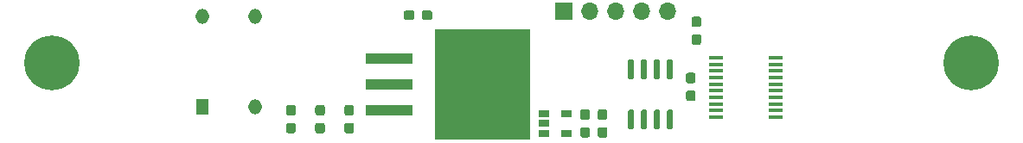
<source format=gbr>
%TF.GenerationSoftware,KiCad,Pcbnew,(5.1.6)-1*%
%TF.CreationDate,2020-11-09T21:23:30-05:00*%
%TF.ProjectId,CellLight,43656c6c-4c69-4676-9874-2e6b69636164,rev?*%
%TF.SameCoordinates,Original*%
%TF.FileFunction,Soldermask,Top*%
%TF.FilePolarity,Negative*%
%FSLAX46Y46*%
G04 Gerber Fmt 4.6, Leading zero omitted, Abs format (unit mm)*
G04 Created by KiCad (PCBNEW (5.1.6)-1) date 2020-11-09 21:23:30*
%MOMM*%
%LPD*%
G01*
G04 APERTURE LIST*
%ADD10R,9.400000X10.800000*%
%ADD11R,4.600000X1.100000*%
%ADD12O,1.295400X1.498600*%
%ADD13R,1.295400X1.498600*%
%ADD14C,5.400000*%
%ADD15O,1.700000X1.700000*%
%ADD16R,1.700000X1.700000*%
%ADD17R,1.060000X0.650000*%
%ADD18R,1.473200X0.355600*%
G04 APERTURE END LIST*
D10*
%TO.C,U10*%
X154875000Y-135800000D03*
D11*
X145725000Y-138340000D03*
X145725000Y-135800000D03*
X145725000Y-133260000D03*
%TD*%
D12*
%TO.C,CR1*%
X127450000Y-129099999D03*
X132550000Y-129099999D03*
X132550000Y-138000001D03*
D13*
X127450000Y-138000001D03*
%TD*%
D14*
%TO.C,H2*%
X202700000Y-133700000D03*
%TD*%
%TO.C,H1*%
X112700000Y-133700000D03*
%TD*%
D15*
%TO.C,J1*%
X173010000Y-128650000D03*
X170470000Y-128650000D03*
X167930000Y-128650000D03*
X165390000Y-128650000D03*
D16*
X162850000Y-128650000D03*
%TD*%
D17*
%TO.C,U11*%
X163100000Y-138700000D03*
X163100000Y-140600000D03*
X160900000Y-140600000D03*
X160900000Y-139650000D03*
X160900000Y-138700000D03*
%TD*%
%TO.C,U9*%
G36*
G01*
X169545000Y-135300000D02*
X169245000Y-135300000D01*
G75*
G02*
X169095000Y-135150000I0J150000D01*
G01*
X169095000Y-133500000D01*
G75*
G02*
X169245000Y-133350000I150000J0D01*
G01*
X169545000Y-133350000D01*
G75*
G02*
X169695000Y-133500000I0J-150000D01*
G01*
X169695000Y-135150000D01*
G75*
G02*
X169545000Y-135300000I-150000J0D01*
G01*
G37*
G36*
G01*
X170815000Y-135300000D02*
X170515000Y-135300000D01*
G75*
G02*
X170365000Y-135150000I0J150000D01*
G01*
X170365000Y-133500000D01*
G75*
G02*
X170515000Y-133350000I150000J0D01*
G01*
X170815000Y-133350000D01*
G75*
G02*
X170965000Y-133500000I0J-150000D01*
G01*
X170965000Y-135150000D01*
G75*
G02*
X170815000Y-135300000I-150000J0D01*
G01*
G37*
G36*
G01*
X172085000Y-135300000D02*
X171785000Y-135300000D01*
G75*
G02*
X171635000Y-135150000I0J150000D01*
G01*
X171635000Y-133500000D01*
G75*
G02*
X171785000Y-133350000I150000J0D01*
G01*
X172085000Y-133350000D01*
G75*
G02*
X172235000Y-133500000I0J-150000D01*
G01*
X172235000Y-135150000D01*
G75*
G02*
X172085000Y-135300000I-150000J0D01*
G01*
G37*
G36*
G01*
X173355000Y-135300000D02*
X173055000Y-135300000D01*
G75*
G02*
X172905000Y-135150000I0J150000D01*
G01*
X172905000Y-133500000D01*
G75*
G02*
X173055000Y-133350000I150000J0D01*
G01*
X173355000Y-133350000D01*
G75*
G02*
X173505000Y-133500000I0J-150000D01*
G01*
X173505000Y-135150000D01*
G75*
G02*
X173355000Y-135300000I-150000J0D01*
G01*
G37*
G36*
G01*
X173355000Y-140250000D02*
X173055000Y-140250000D01*
G75*
G02*
X172905000Y-140100000I0J150000D01*
G01*
X172905000Y-138450000D01*
G75*
G02*
X173055000Y-138300000I150000J0D01*
G01*
X173355000Y-138300000D01*
G75*
G02*
X173505000Y-138450000I0J-150000D01*
G01*
X173505000Y-140100000D01*
G75*
G02*
X173355000Y-140250000I-150000J0D01*
G01*
G37*
G36*
G01*
X172085000Y-140250000D02*
X171785000Y-140250000D01*
G75*
G02*
X171635000Y-140100000I0J150000D01*
G01*
X171635000Y-138450000D01*
G75*
G02*
X171785000Y-138300000I150000J0D01*
G01*
X172085000Y-138300000D01*
G75*
G02*
X172235000Y-138450000I0J-150000D01*
G01*
X172235000Y-140100000D01*
G75*
G02*
X172085000Y-140250000I-150000J0D01*
G01*
G37*
G36*
G01*
X170815000Y-140250000D02*
X170515000Y-140250000D01*
G75*
G02*
X170365000Y-140100000I0J150000D01*
G01*
X170365000Y-138450000D01*
G75*
G02*
X170515000Y-138300000I150000J0D01*
G01*
X170815000Y-138300000D01*
G75*
G02*
X170965000Y-138450000I0J-150000D01*
G01*
X170965000Y-140100000D01*
G75*
G02*
X170815000Y-140250000I-150000J0D01*
G01*
G37*
G36*
G01*
X169545000Y-140250000D02*
X169245000Y-140250000D01*
G75*
G02*
X169095000Y-140100000I0J150000D01*
G01*
X169095000Y-138450000D01*
G75*
G02*
X169245000Y-138300000I150000J0D01*
G01*
X169545000Y-138300000D01*
G75*
G02*
X169695000Y-138450000I0J-150000D01*
G01*
X169695000Y-140100000D01*
G75*
G02*
X169545000Y-140250000I-150000J0D01*
G01*
G37*
%TD*%
D18*
%TO.C,U2*%
X183521000Y-133175002D03*
X183521000Y-133825001D03*
X183521000Y-134475002D03*
X183521000Y-135125001D03*
X183521000Y-135775002D03*
X183521000Y-136425001D03*
X183521000Y-137075002D03*
X183521000Y-137725001D03*
X183521000Y-138375002D03*
X183521000Y-139025000D03*
X177679000Y-139024998D03*
X177679000Y-138374999D03*
X177679000Y-137724998D03*
X177679000Y-137074999D03*
X177679000Y-136424998D03*
X177679000Y-135774999D03*
X177679000Y-135125001D03*
X177679000Y-134474999D03*
X177679000Y-133825001D03*
X177679000Y-133175000D03*
%TD*%
%TO.C,R2*%
G36*
G01*
X175487500Y-135700000D02*
X175012500Y-135700000D01*
G75*
G02*
X174775000Y-135462500I0J237500D01*
G01*
X174775000Y-134887500D01*
G75*
G02*
X175012500Y-134650000I237500J0D01*
G01*
X175487500Y-134650000D01*
G75*
G02*
X175725000Y-134887500I0J-237500D01*
G01*
X175725000Y-135462500D01*
G75*
G02*
X175487500Y-135700000I-237500J0D01*
G01*
G37*
G36*
G01*
X175487500Y-137450000D02*
X175012500Y-137450000D01*
G75*
G02*
X174775000Y-137212500I0J237500D01*
G01*
X174775000Y-136637500D01*
G75*
G02*
X175012500Y-136400000I237500J0D01*
G01*
X175487500Y-136400000D01*
G75*
G02*
X175725000Y-136637500I0J-237500D01*
G01*
X175725000Y-137212500D01*
G75*
G02*
X175487500Y-137450000I-237500J0D01*
G01*
G37*
%TD*%
%TO.C,R1*%
G36*
G01*
X175562500Y-130875000D02*
X176037500Y-130875000D01*
G75*
G02*
X176275000Y-131112500I0J-237500D01*
G01*
X176275000Y-131687500D01*
G75*
G02*
X176037500Y-131925000I-237500J0D01*
G01*
X175562500Y-131925000D01*
G75*
G02*
X175325000Y-131687500I0J237500D01*
G01*
X175325000Y-131112500D01*
G75*
G02*
X175562500Y-130875000I237500J0D01*
G01*
G37*
G36*
G01*
X175562500Y-129125000D02*
X176037500Y-129125000D01*
G75*
G02*
X176275000Y-129362500I0J-237500D01*
G01*
X176275000Y-129937500D01*
G75*
G02*
X176037500Y-130175000I-237500J0D01*
G01*
X175562500Y-130175000D01*
G75*
G02*
X175325000Y-129937500I0J237500D01*
G01*
X175325000Y-129362500D01*
G75*
G02*
X175562500Y-129125000I237500J0D01*
G01*
G37*
%TD*%
%TO.C,C5*%
G36*
G01*
X164662500Y-140000000D02*
X165137500Y-140000000D01*
G75*
G02*
X165375000Y-140237500I0J-237500D01*
G01*
X165375000Y-140812500D01*
G75*
G02*
X165137500Y-141050000I-237500J0D01*
G01*
X164662500Y-141050000D01*
G75*
G02*
X164425000Y-140812500I0J237500D01*
G01*
X164425000Y-140237500D01*
G75*
G02*
X164662500Y-140000000I237500J0D01*
G01*
G37*
G36*
G01*
X164662500Y-138250000D02*
X165137500Y-138250000D01*
G75*
G02*
X165375000Y-138487500I0J-237500D01*
G01*
X165375000Y-139062500D01*
G75*
G02*
X165137500Y-139300000I-237500J0D01*
G01*
X164662500Y-139300000D01*
G75*
G02*
X164425000Y-139062500I0J237500D01*
G01*
X164425000Y-138487500D01*
G75*
G02*
X164662500Y-138250000I237500J0D01*
G01*
G37*
%TD*%
%TO.C,C4*%
G36*
G01*
X148200000Y-128762500D02*
X148200000Y-129237500D01*
G75*
G02*
X147962500Y-129475000I-237500J0D01*
G01*
X147387500Y-129475000D01*
G75*
G02*
X147150000Y-129237500I0J237500D01*
G01*
X147150000Y-128762500D01*
G75*
G02*
X147387500Y-128525000I237500J0D01*
G01*
X147962500Y-128525000D01*
G75*
G02*
X148200000Y-128762500I0J-237500D01*
G01*
G37*
G36*
G01*
X149950000Y-128762500D02*
X149950000Y-129237500D01*
G75*
G02*
X149712500Y-129475000I-237500J0D01*
G01*
X149137500Y-129475000D01*
G75*
G02*
X148900000Y-129237500I0J237500D01*
G01*
X148900000Y-128762500D01*
G75*
G02*
X149137500Y-128525000I237500J0D01*
G01*
X149712500Y-128525000D01*
G75*
G02*
X149950000Y-128762500I0J-237500D01*
G01*
G37*
%TD*%
%TO.C,C3*%
G36*
G01*
X141562500Y-139575000D02*
X142037500Y-139575000D01*
G75*
G02*
X142275000Y-139812500I0J-237500D01*
G01*
X142275000Y-140387500D01*
G75*
G02*
X142037500Y-140625000I-237500J0D01*
G01*
X141562500Y-140625000D01*
G75*
G02*
X141325000Y-140387500I0J237500D01*
G01*
X141325000Y-139812500D01*
G75*
G02*
X141562500Y-139575000I237500J0D01*
G01*
G37*
G36*
G01*
X141562500Y-137825000D02*
X142037500Y-137825000D01*
G75*
G02*
X142275000Y-138062500I0J-237500D01*
G01*
X142275000Y-138637500D01*
G75*
G02*
X142037500Y-138875000I-237500J0D01*
G01*
X141562500Y-138875000D01*
G75*
G02*
X141325000Y-138637500I0J237500D01*
G01*
X141325000Y-138062500D01*
G75*
G02*
X141562500Y-137825000I237500J0D01*
G01*
G37*
%TD*%
%TO.C,C2*%
G36*
G01*
X135862500Y-139575000D02*
X136337500Y-139575000D01*
G75*
G02*
X136575000Y-139812500I0J-237500D01*
G01*
X136575000Y-140387500D01*
G75*
G02*
X136337500Y-140625000I-237500J0D01*
G01*
X135862500Y-140625000D01*
G75*
G02*
X135625000Y-140387500I0J237500D01*
G01*
X135625000Y-139812500D01*
G75*
G02*
X135862500Y-139575000I237500J0D01*
G01*
G37*
G36*
G01*
X135862500Y-137825000D02*
X136337500Y-137825000D01*
G75*
G02*
X136575000Y-138062500I0J-237500D01*
G01*
X136575000Y-138637500D01*
G75*
G02*
X136337500Y-138875000I-237500J0D01*
G01*
X135862500Y-138875000D01*
G75*
G02*
X135625000Y-138637500I0J237500D01*
G01*
X135625000Y-138062500D01*
G75*
G02*
X135862500Y-137825000I237500J0D01*
G01*
G37*
%TD*%
%TO.C,C1*%
G36*
G01*
X138712500Y-139575000D02*
X139187500Y-139575000D01*
G75*
G02*
X139425000Y-139812500I0J-237500D01*
G01*
X139425000Y-140387500D01*
G75*
G02*
X139187500Y-140625000I-237500J0D01*
G01*
X138712500Y-140625000D01*
G75*
G02*
X138475000Y-140387500I0J237500D01*
G01*
X138475000Y-139812500D01*
G75*
G02*
X138712500Y-139575000I237500J0D01*
G01*
G37*
G36*
G01*
X138712500Y-137825000D02*
X139187500Y-137825000D01*
G75*
G02*
X139425000Y-138062500I0J-237500D01*
G01*
X139425000Y-138637500D01*
G75*
G02*
X139187500Y-138875000I-237500J0D01*
G01*
X138712500Y-138875000D01*
G75*
G02*
X138475000Y-138637500I0J237500D01*
G01*
X138475000Y-138062500D01*
G75*
G02*
X138712500Y-137825000I237500J0D01*
G01*
G37*
%TD*%
%TO.C,C6*%
G36*
G01*
X166362500Y-140000000D02*
X166837500Y-140000000D01*
G75*
G02*
X167075000Y-140237500I0J-237500D01*
G01*
X167075000Y-140812500D01*
G75*
G02*
X166837500Y-141050000I-237500J0D01*
G01*
X166362500Y-141050000D01*
G75*
G02*
X166125000Y-140812500I0J237500D01*
G01*
X166125000Y-140237500D01*
G75*
G02*
X166362500Y-140000000I237500J0D01*
G01*
G37*
G36*
G01*
X166362500Y-138250000D02*
X166837500Y-138250000D01*
G75*
G02*
X167075000Y-138487500I0J-237500D01*
G01*
X167075000Y-139062500D01*
G75*
G02*
X166837500Y-139300000I-237500J0D01*
G01*
X166362500Y-139300000D01*
G75*
G02*
X166125000Y-139062500I0J237500D01*
G01*
X166125000Y-138487500D01*
G75*
G02*
X166362500Y-138250000I237500J0D01*
G01*
G37*
%TD*%
M02*

</source>
